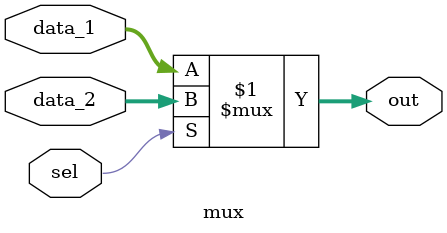
<source format=v>
`timescale 1ns / 1ps


module mux(
    input [7:0] data_1,
    input [7:0] data_2,
    input sel,
    output [7:0] out
    );
    
    assign out = sel ? data_2 : data_1;
    
endmodule

</source>
